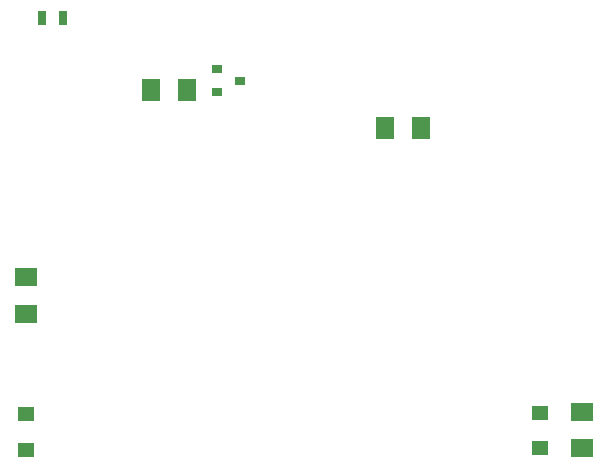
<source format=gtp>
G04 MADE WITH FRITZING*
G04 WWW.FRITZING.ORG*
G04 DOUBLE SIDED*
G04 HOLES PLATED*
G04 CONTOUR ON CENTER OF CONTOUR VECTOR*
%ASAXBY*%
%FSLAX23Y23*%
%MOIN*%
%OFA0B0*%
%SFA1.0B1.0*%
%ADD10R,0.074803X0.062992*%
%ADD11R,0.062992X0.074803*%
%ADD12R,0.035433X0.031496*%
%ADD13R,0.031496X0.047244*%
%ADD14R,0.055118X0.047244*%
%ADD15R,0.001000X0.001000*%
%LNPASTEMASK1*%
G90*
G70*
G54D10*
X57Y667D03*
X57Y545D03*
X1911Y218D03*
X1911Y96D03*
G54D11*
X474Y1289D03*
X596Y1289D03*
G54D12*
X695Y1360D03*
X695Y1285D03*
X773Y1322D03*
G54D11*
X1376Y1163D03*
X1254Y1163D03*
G54D13*
X183Y1529D03*
X112Y1529D03*
G54D14*
X57Y210D03*
X57Y92D03*
X1773Y96D03*
X1773Y214D03*
G54D15*
D02*
G04 End of PasteMask1*
M02*
</source>
